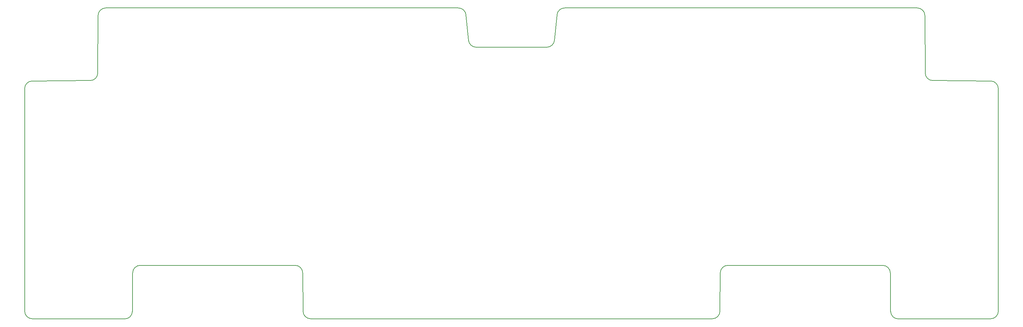
<source format=gbr>
%TF.GenerationSoftware,KiCad,Pcbnew,9.0.1*%
%TF.CreationDate,2025-05-09T00:25:46+02:00*%
%TF.ProjectId,cmrk,636d726b-2e6b-4696-9361-645f70636258,v1.0.0*%
%TF.SameCoordinates,Original*%
%TF.FileFunction,Profile,NP*%
%FSLAX46Y46*%
G04 Gerber Fmt 4.6, Leading zero omitted, Abs format (unit mm)*
G04 Created by KiCad (PCBNEW 9.0.1) date 2025-05-09 00:25:46*
%MOMM*%
%LPD*%
G01*
G04 APERTURE LIST*
%TA.AperFunction,Profile*%
%ADD10C,0.150000*%
%TD*%
G04 APERTURE END LIST*
D10*
X89397143Y-111902853D02*
G75*
G02*
X87400045Y-109902855I2857J1999953D01*
G01*
X225823053Y-32904857D02*
G75*
G02*
X227813510Y-31100010I1990447J-195143D01*
G01*
X106489457Y-33089401D02*
X106410471Y-47994164D01*
X338613684Y-50086409D02*
X323575817Y-49983519D01*
X319510571Y-31100000D02*
X227813510Y-31100000D01*
X202823053Y-39495143D02*
X202176947Y-32904857D01*
X161785663Y-111900000D02*
X266214337Y-111900000D01*
X319510571Y-31100000D02*
G75*
G02*
X321510572Y-33089401I29J-2000000D01*
G01*
X161785663Y-111900000D02*
G75*
G02*
X159785752Y-109914388I37J2000000D01*
G01*
X115414265Y-109951508D02*
G75*
G02*
X113411459Y-111937214I-1999965J14308D01*
G01*
X106489457Y-33089401D02*
G75*
G02*
X108489429Y-31100029I1999943J-10599D01*
G01*
X89397143Y-111902853D02*
X113411459Y-111937159D01*
X115485755Y-99985653D02*
G75*
G02*
X117485704Y-98000004I1999945J-14347D01*
G01*
X87400000Y-52086363D02*
X87400000Y-109902855D01*
X115414265Y-109951508D02*
X115485756Y-99985653D01*
X268214285Y-109914388D02*
X268285715Y-99985612D01*
X314588541Y-111937159D02*
X338602857Y-111902853D01*
X340600000Y-109902855D02*
G75*
G02*
X338602857Y-111902898I-2000000J-45D01*
G01*
X268214285Y-109914388D02*
G75*
G02*
X266214337Y-111900037I-1999985J14388D01*
G01*
X321589529Y-47994164D02*
X321510543Y-33089401D01*
X338613684Y-50086410D02*
G75*
G02*
X340600037Y-52086363I-13684J-1999990D01*
G01*
X270285663Y-98000000D02*
X310514296Y-98000000D01*
X268285715Y-99985612D02*
G75*
G02*
X270285663Y-97999963I1999985J-14388D01*
G01*
X323575817Y-49983519D02*
G75*
G02*
X321589562Y-47994164I13683J1999919D01*
G01*
X314588541Y-111937159D02*
G75*
G02*
X312585790Y-109951508I-2841J1999959D01*
G01*
X340600000Y-109902855D02*
X340600000Y-52086363D01*
X225176947Y-39495143D02*
G75*
G02*
X223186490Y-41299990I-1990447J195143D01*
G01*
X312514244Y-99985653D02*
X312585735Y-109951508D01*
X106410471Y-47994164D02*
G75*
G02*
X104424183Y-49983552I-1999971J10564D01*
G01*
X117485704Y-98000000D02*
X157714337Y-98000000D01*
X159714285Y-99985612D02*
X159785715Y-109914388D01*
X204813510Y-41300000D02*
G75*
G02*
X202823043Y-39495144I-10J2000000D01*
G01*
X104424183Y-49983519D02*
X89386316Y-50086409D01*
X200186490Y-31100000D02*
X108489429Y-31100000D01*
X225823053Y-32904857D02*
X225176947Y-39495143D01*
X200186490Y-31100000D02*
G75*
G02*
X202176957Y-32904856I10J-2000000D01*
G01*
X87399999Y-52086363D02*
G75*
G02*
X89386316Y-50086446I2000001J-37D01*
G01*
X157714337Y-98000000D02*
G75*
G02*
X159714248Y-99985612I-37J-2000000D01*
G01*
X223186490Y-41300000D02*
X204813510Y-41300000D01*
X310514296Y-98000001D02*
G75*
G02*
X312514248Y-99985653I4J-1999999D01*
G01*
M02*

</source>
